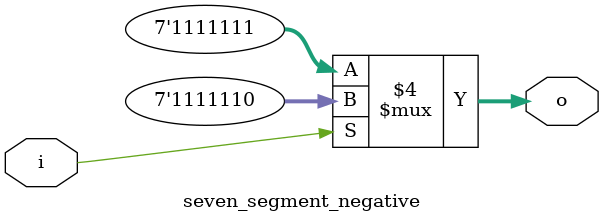
<source format=v>
module seven_segment_negative(i,o);

input i;
output reg [6:0]o; // a, b, c, d, e, f, g

always @(*)
begin
	if (i == 1'b1)
		o = 7'b1111110;
	else
		o = 7'b1111111;

end
endmodule 
</source>
